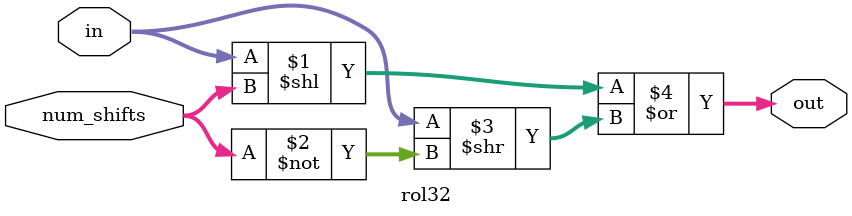
<source format=v>
module rol32 (in, num_shifts, out);
	input wire signed[31:0] in;
	input wire signed[31:0] num_shifts;
	output wire signed[31:0] out;
	
		
	assign out = (in << num_shifts) | (in >> ~num_shifts);


endmodule
</source>
